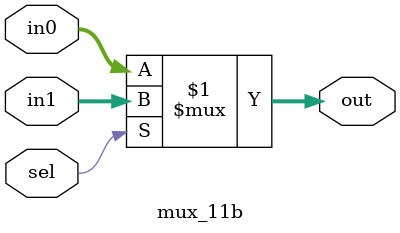
<source format=v>
`timescale 1ns/1ps
module mux_11b (in0, in1, sel, out);
	
	input [10:0] in0, in1;
	input sel;
	output [10:0] out;

assign out = (sel) ? in1 : in0;

endmodule
</source>
